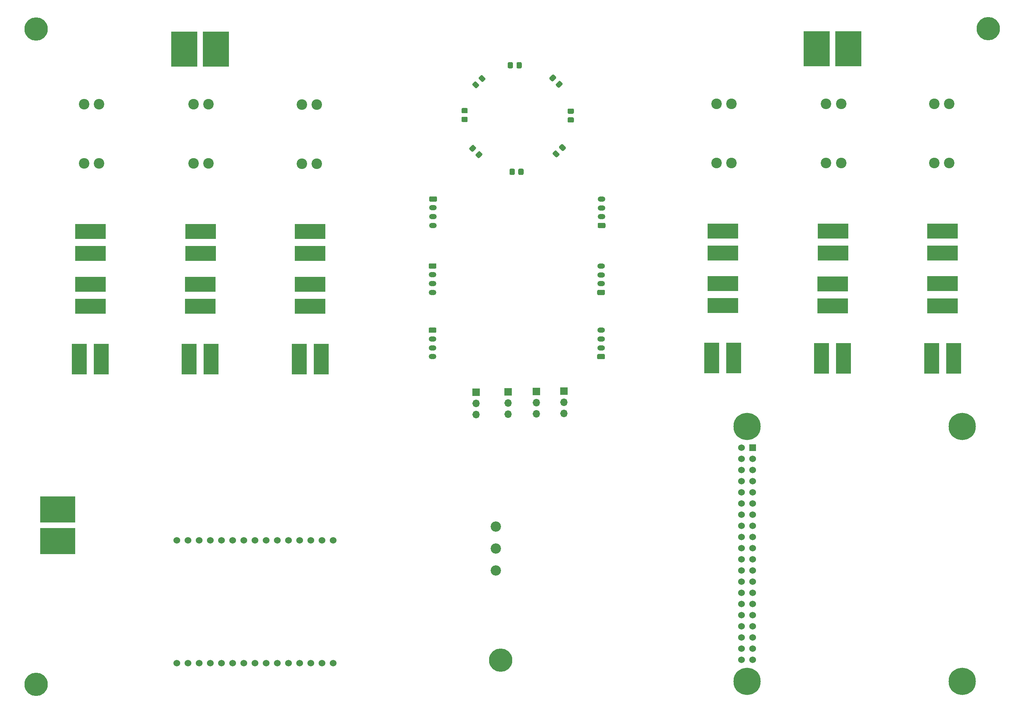
<source format=gbr>
G04 #@! TF.GenerationSoftware,KiCad,Pcbnew,(5.1.10)-1*
G04 #@! TF.CreationDate,2022-11-16T20:30:32+05:30*
G04 #@! TF.ProjectId,2023 control pcb,32303233-2063-46f6-9e74-726f6c207063,rev?*
G04 #@! TF.SameCoordinates,Original*
G04 #@! TF.FileFunction,Soldermask,Top*
G04 #@! TF.FilePolarity,Negative*
%FSLAX46Y46*%
G04 Gerber Fmt 4.6, Leading zero omitted, Abs format (unit mm)*
G04 Created by KiCad (PCBNEW (5.1.10)-1) date 2022-11-16 20:30:32*
%MOMM*%
%LPD*%
G01*
G04 APERTURE LIST*
%ADD10C,5.300000*%
%ADD11R,7.000000X3.500000*%
%ADD12R,6.000000X8.000000*%
%ADD13C,2.400000*%
%ADD14O,1.750000X1.200000*%
%ADD15R,3.500000X7.000000*%
%ADD16O,1.700000X1.700000*%
%ADD17R,1.700000X1.700000*%
%ADD18C,1.524000*%
%ADD19R,8.000000X6.000000*%
%ADD20C,6.200000*%
%ADD21R,1.524000X1.524000*%
%ADD22C,2.340000*%
G04 APERTURE END LIST*
D10*
G04 #@! TO.C,H4*
X216110000Y-185050000D03*
G04 #@! TD*
D11*
G04 #@! TO.C,J27*
X316640000Y-87450000D03*
X316640000Y-92450000D03*
G04 #@! TD*
G04 #@! TO.C,D1*
G36*
G01*
X211821612Y-53464785D02*
X211185215Y-52828388D01*
G75*
G02*
X211185215Y-52474836I176776J176776D01*
G01*
X211644836Y-52015215D01*
G75*
G02*
X211998388Y-52015215I176776J-176776D01*
G01*
X212634785Y-52651612D01*
G75*
G02*
X212634785Y-53005164I-176776J-176776D01*
G01*
X212175164Y-53464785D01*
G75*
G02*
X211821612Y-53464785I-176776J176776D01*
G01*
G37*
G36*
G01*
X210372044Y-54914353D02*
X209735647Y-54277956D01*
G75*
G02*
X209735647Y-53924404I176776J176776D01*
G01*
X210195268Y-53464783D01*
G75*
G02*
X210548820Y-53464783I176776J-176776D01*
G01*
X211185217Y-54101180D01*
G75*
G02*
X211185217Y-54454732I-176776J-176776D01*
G01*
X210725596Y-54914353D01*
G75*
G02*
X210372044Y-54914353I-176776J176776D01*
G01*
G37*
G04 #@! TD*
G04 #@! TO.C,D2*
G36*
G01*
X230159569Y-54153172D02*
X229523172Y-54789569D01*
G75*
G02*
X229169620Y-54789569I-176776J176776D01*
G01*
X228709999Y-54329948D01*
G75*
G02*
X228709999Y-53976396I176776J176776D01*
G01*
X229346396Y-53339999D01*
G75*
G02*
X229699948Y-53339999I176776J-176776D01*
G01*
X230159569Y-53799620D01*
G75*
G02*
X230159569Y-54153172I-176776J-176776D01*
G01*
G37*
G36*
G01*
X228710001Y-52703604D02*
X228073604Y-53340001D01*
G75*
G02*
X227720052Y-53340001I-176776J176776D01*
G01*
X227260431Y-52880380D01*
G75*
G02*
X227260431Y-52526828I176776J176776D01*
G01*
X227896828Y-51890431D01*
G75*
G02*
X228250380Y-51890431I176776J-176776D01*
G01*
X228710001Y-52350052D01*
G75*
G02*
X228710001Y-52703604I-176776J-176776D01*
G01*
G37*
G04 #@! TD*
G04 #@! TO.C,D3*
G36*
G01*
X210470001Y-68718604D02*
X209833604Y-69355001D01*
G75*
G02*
X209480052Y-69355001I-176776J176776D01*
G01*
X209020431Y-68895380D01*
G75*
G02*
X209020431Y-68541828I176776J176776D01*
G01*
X209656828Y-67905431D01*
G75*
G02*
X210010380Y-67905431I176776J-176776D01*
G01*
X210470001Y-68365052D01*
G75*
G02*
X210470001Y-68718604I-176776J-176776D01*
G01*
G37*
G36*
G01*
X211919569Y-70168172D02*
X211283172Y-70804569D01*
G75*
G02*
X210929620Y-70804569I-176776J176776D01*
G01*
X210469999Y-70344948D01*
G75*
G02*
X210469999Y-69991396I176776J176776D01*
G01*
X211106396Y-69354999D01*
G75*
G02*
X211459948Y-69354999I176776J-176776D01*
G01*
X211919569Y-69814620D01*
G75*
G02*
X211919569Y-70168172I-176776J-176776D01*
G01*
G37*
G04 #@! TD*
G04 #@! TO.C,D4*
G36*
G01*
X228646828Y-70634569D02*
X228010431Y-69998172D01*
G75*
G02*
X228010431Y-69644620I176776J176776D01*
G01*
X228470052Y-69184999D01*
G75*
G02*
X228823604Y-69184999I176776J-176776D01*
G01*
X229460001Y-69821396D01*
G75*
G02*
X229460001Y-70174948I-176776J-176776D01*
G01*
X229000380Y-70634569D01*
G75*
G02*
X228646828Y-70634569I-176776J176776D01*
G01*
G37*
G36*
G01*
X230096396Y-69185001D02*
X229459999Y-68548604D01*
G75*
G02*
X229459999Y-68195052I176776J176776D01*
G01*
X229919620Y-67735431D01*
G75*
G02*
X230273172Y-67735431I176776J-176776D01*
G01*
X230909569Y-68371828D01*
G75*
G02*
X230909569Y-68725380I-176776J-176776D01*
G01*
X230449948Y-69185001D01*
G75*
G02*
X230096396Y-69185001I-176776J176776D01*
G01*
G37*
G04 #@! TD*
D10*
G04 #@! TO.C,H1*
X110490000Y-41529000D03*
G04 #@! TD*
G04 #@! TO.C,H3*
X327025000Y-41402000D03*
G04 #@! TD*
G04 #@! TO.C,H5*
X110450000Y-190600000D03*
G04 #@! TD*
D12*
G04 #@! TO.C,J1*
X151400000Y-46060000D03*
X144200000Y-46060000D03*
G04 #@! TD*
G04 #@! TO.C,J2*
X295250000Y-45950000D03*
X288050000Y-45950000D03*
G04 #@! TD*
D11*
G04 #@! TO.C,J3*
X122790000Y-87570000D03*
X122790000Y-92570000D03*
G04 #@! TD*
G04 #@! TO.C,J4*
X122790000Y-104570000D03*
X122790000Y-99570000D03*
G04 #@! TD*
G04 #@! TO.C,J5*
X266650000Y-87450000D03*
X266650000Y-92450000D03*
G04 #@! TD*
G04 #@! TO.C,J6*
X266650000Y-104430000D03*
X266650000Y-99430000D03*
G04 #@! TD*
D13*
G04 #@! TO.C,J7*
X124790000Y-72070000D03*
X121390000Y-72070000D03*
X121390000Y-58600000D03*
X124790000Y-58600000D03*
G04 #@! TD*
G04 #@! TO.C,J8*
X268650000Y-71970000D03*
X265250000Y-71970000D03*
X265250000Y-58500000D03*
X268650000Y-58500000D03*
G04 #@! TD*
G04 #@! TO.C,J9*
G36*
G01*
X200134999Y-79570000D02*
X201385001Y-79570000D01*
G75*
G02*
X201635000Y-79819999I0J-249999D01*
G01*
X201635000Y-80520001D01*
G75*
G02*
X201385001Y-80770000I-249999J0D01*
G01*
X200134999Y-80770000D01*
G75*
G02*
X199885000Y-80520001I0J249999D01*
G01*
X199885000Y-79819999D01*
G75*
G02*
X200134999Y-79570000I249999J0D01*
G01*
G37*
D14*
X200760000Y-82170000D03*
X200760000Y-84170000D03*
X200760000Y-86170000D03*
G04 #@! TD*
G04 #@! TO.C,J10*
X200640000Y-101400000D03*
X200640000Y-99400000D03*
X200640000Y-97400000D03*
G36*
G01*
X200014999Y-94800000D02*
X201265001Y-94800000D01*
G75*
G02*
X201515000Y-95049999I0J-249999D01*
G01*
X201515000Y-95750001D01*
G75*
G02*
X201265001Y-96000000I-249999J0D01*
G01*
X200014999Y-96000000D01*
G75*
G02*
X199765000Y-95750001I0J249999D01*
G01*
X199765000Y-95049999D01*
G75*
G02*
X200014999Y-94800000I249999J0D01*
G01*
G37*
G04 #@! TD*
G04 #@! TO.C,J11*
G36*
G01*
X200004999Y-109420000D02*
X201255001Y-109420000D01*
G75*
G02*
X201505000Y-109669999I0J-249999D01*
G01*
X201505000Y-110370001D01*
G75*
G02*
X201255001Y-110620000I-249999J0D01*
G01*
X200004999Y-110620000D01*
G75*
G02*
X199755000Y-110370001I0J249999D01*
G01*
X199755000Y-109669999D01*
G75*
G02*
X200004999Y-109420000I249999J0D01*
G01*
G37*
X200630000Y-112020000D03*
X200630000Y-114020000D03*
X200630000Y-116020000D03*
G04 #@! TD*
D15*
G04 #@! TO.C,J12*
X125290000Y-116590000D03*
X120290000Y-116590000D03*
G04 #@! TD*
G04 #@! TO.C,J13*
X269150000Y-116360000D03*
X264150000Y-116360000D03*
G04 #@! TD*
D11*
G04 #@! TO.C,J14*
X147890000Y-92570000D03*
X147890000Y-87570000D03*
G04 #@! TD*
G04 #@! TO.C,J15*
X147780000Y-99560000D03*
X147780000Y-104560000D03*
G04 #@! TD*
G04 #@! TO.C,J16*
X291730000Y-92450000D03*
X291730000Y-87450000D03*
G04 #@! TD*
G04 #@! TO.C,J17*
X291650000Y-104460000D03*
X291650000Y-99460000D03*
G04 #@! TD*
D13*
G04 #@! TO.C,J18*
X149680000Y-72070000D03*
X146280000Y-72070000D03*
X146280000Y-58600000D03*
X149680000Y-58600000D03*
G04 #@! TD*
G04 #@! TO.C,J19*
X293560000Y-58480000D03*
X290160000Y-58480000D03*
X290160000Y-71950000D03*
X293560000Y-71950000D03*
G04 #@! TD*
D15*
G04 #@! TO.C,J20*
X150290000Y-116570000D03*
X145290000Y-116570000D03*
G04 #@! TD*
G04 #@! TO.C,J21*
X289140000Y-116440000D03*
X294140000Y-116440000D03*
G04 #@! TD*
D14*
G04 #@! TO.C,J22*
X239090000Y-80190000D03*
X239090000Y-82190000D03*
X239090000Y-84190000D03*
G36*
G01*
X239715001Y-86790000D02*
X238464999Y-86790000D01*
G75*
G02*
X238215000Y-86540001I0J249999D01*
G01*
X238215000Y-85839999D01*
G75*
G02*
X238464999Y-85590000I249999J0D01*
G01*
X239715001Y-85590000D01*
G75*
G02*
X239965000Y-85839999I0J-249999D01*
G01*
X239965000Y-86540001D01*
G75*
G02*
X239715001Y-86790000I-249999J0D01*
G01*
G37*
G04 #@! TD*
G04 #@! TO.C,J23*
G36*
G01*
X239595001Y-102030000D02*
X238344999Y-102030000D01*
G75*
G02*
X238095000Y-101780001I0J249999D01*
G01*
X238095000Y-101079999D01*
G75*
G02*
X238344999Y-100830000I249999J0D01*
G01*
X239595001Y-100830000D01*
G75*
G02*
X239845000Y-101079999I0J-249999D01*
G01*
X239845000Y-101780001D01*
G75*
G02*
X239595001Y-102030000I-249999J0D01*
G01*
G37*
X238970000Y-99430000D03*
X238970000Y-97430000D03*
X238970000Y-95430000D03*
G04 #@! TD*
G04 #@! TO.C,J24*
X238970000Y-110030000D03*
X238970000Y-112030000D03*
X238970000Y-114030000D03*
G36*
G01*
X239595001Y-116630000D02*
X238344999Y-116630000D01*
G75*
G02*
X238095000Y-116380001I0J249999D01*
G01*
X238095000Y-115679999D01*
G75*
G02*
X238344999Y-115430000I249999J0D01*
G01*
X239595001Y-115430000D01*
G75*
G02*
X239845000Y-115679999I0J-249999D01*
G01*
X239845000Y-116380001D01*
G75*
G02*
X239595001Y-116630000I-249999J0D01*
G01*
G37*
G04 #@! TD*
D11*
G04 #@! TO.C,J25*
X172790000Y-92570000D03*
X172790000Y-87570000D03*
G04 #@! TD*
G04 #@! TO.C,J26*
X172790000Y-104570000D03*
X172790000Y-99570000D03*
G04 #@! TD*
G04 #@! TO.C,J28*
X316650000Y-99450000D03*
X316650000Y-104450000D03*
G04 #@! TD*
D13*
G04 #@! TO.C,J29*
X174300000Y-58650000D03*
X170900000Y-58650000D03*
X170900000Y-72120000D03*
X174300000Y-72120000D03*
G04 #@! TD*
G04 #@! TO.C,J30*
X318150000Y-58530000D03*
X314750000Y-58530000D03*
X314750000Y-72000000D03*
X318150000Y-72000000D03*
G04 #@! TD*
D15*
G04 #@! TO.C,J31*
X175290000Y-116570000D03*
X170290000Y-116570000D03*
G04 #@! TD*
G04 #@! TO.C,J32*
X314140000Y-116450000D03*
X319140000Y-116450000D03*
G04 #@! TD*
D16*
G04 #@! TO.C,J34*
X224250000Y-129030000D03*
X224250000Y-126490000D03*
D17*
X224250000Y-123950000D03*
G04 #@! TD*
G04 #@! TO.C,J35*
X217850000Y-124050000D03*
D16*
X217850000Y-126590000D03*
X217850000Y-129130000D03*
G04 #@! TD*
D17*
G04 #@! TO.C,J36*
X210500000Y-124150000D03*
D16*
X210500000Y-126690000D03*
X210500000Y-129230000D03*
G04 #@! TD*
G04 #@! TO.C,J37*
X230490000Y-128920000D03*
X230490000Y-126380000D03*
D17*
X230490000Y-123840000D03*
G04 #@! TD*
D18*
G04 #@! TO.C,J39*
X142510000Y-185740000D03*
X147590000Y-185740000D03*
X150130000Y-185740000D03*
X152670000Y-185740000D03*
X155210000Y-185740000D03*
X157750000Y-185740000D03*
X160290000Y-185740000D03*
X162830000Y-185740000D03*
X165370000Y-185740000D03*
X167910000Y-185740000D03*
X170450000Y-185740000D03*
X172990000Y-185740000D03*
X175530000Y-185740000D03*
X178070000Y-185740000D03*
X142510000Y-157800000D03*
X145050000Y-157800000D03*
X147590000Y-157800000D03*
X150130000Y-157800000D03*
X152670000Y-157800000D03*
X155210000Y-157800000D03*
X157750000Y-157800000D03*
X160290000Y-157800000D03*
X162830000Y-157800000D03*
X165370000Y-157800000D03*
X167910000Y-157800000D03*
X170450000Y-157800000D03*
X172990000Y-157800000D03*
X175530000Y-157800000D03*
X178070000Y-157800000D03*
X145050000Y-185740000D03*
G04 #@! TD*
D19*
G04 #@! TO.C,J33*
X115350000Y-157990000D03*
X115350000Y-150790000D03*
G04 #@! TD*
D20*
G04 #@! TO.C,J38*
X321150000Y-131900000D03*
X321150000Y-189900000D03*
X272150000Y-189900000D03*
X272150000Y-131900000D03*
D21*
X273420000Y-136770000D03*
D18*
X273420000Y-139310000D03*
X273420000Y-141850000D03*
X273420000Y-144390000D03*
X273420000Y-146930000D03*
X273420000Y-149470000D03*
X270880000Y-136770000D03*
X270880000Y-139310000D03*
X270880000Y-141850000D03*
X270880000Y-144390000D03*
X270880000Y-146930000D03*
X270880000Y-149470000D03*
X273420000Y-152010000D03*
X270880000Y-152010000D03*
X273420000Y-154550000D03*
X273420000Y-157090000D03*
X273420000Y-159630000D03*
X273420000Y-162170000D03*
X273420000Y-164710000D03*
X273420000Y-167250000D03*
X270880000Y-154550000D03*
X270880000Y-157090000D03*
X270880000Y-159630000D03*
X270880000Y-162170000D03*
X270880000Y-164710000D03*
X270880000Y-167250000D03*
X273420000Y-169790000D03*
X270880000Y-169790000D03*
X273420000Y-172330000D03*
X273420000Y-174870000D03*
X273420000Y-177410000D03*
X273420000Y-179950000D03*
X273420000Y-182490000D03*
X273420000Y-185030000D03*
X270880000Y-172330000D03*
X270880000Y-174870000D03*
X270880000Y-177410000D03*
X270880000Y-179950000D03*
X270880000Y-182490000D03*
X270880000Y-185030000D03*
G04 #@! TD*
G04 #@! TO.C,R1*
G36*
G01*
X218930000Y-49289999D02*
X218930000Y-50190001D01*
G75*
G02*
X218680001Y-50440000I-249999J0D01*
G01*
X217979999Y-50440000D01*
G75*
G02*
X217730000Y-50190001I0J249999D01*
G01*
X217730000Y-49289999D01*
G75*
G02*
X217979999Y-49040000I249999J0D01*
G01*
X218680001Y-49040000D01*
G75*
G02*
X218930000Y-49289999I0J-249999D01*
G01*
G37*
G36*
G01*
X220930000Y-49289999D02*
X220930000Y-50190001D01*
G75*
G02*
X220680001Y-50440000I-249999J0D01*
G01*
X219979999Y-50440000D01*
G75*
G02*
X219730000Y-50190001I0J249999D01*
G01*
X219730000Y-49289999D01*
G75*
G02*
X219979999Y-49040000I249999J0D01*
G01*
X220680001Y-49040000D01*
G75*
G02*
X220930000Y-49289999I0J-249999D01*
G01*
G37*
G04 #@! TD*
G04 #@! TO.C,R2*
G36*
G01*
X218140000Y-74430001D02*
X218140000Y-73529999D01*
G75*
G02*
X218389999Y-73280000I249999J0D01*
G01*
X219090001Y-73280000D01*
G75*
G02*
X219340000Y-73529999I0J-249999D01*
G01*
X219340000Y-74430001D01*
G75*
G02*
X219090001Y-74680000I-249999J0D01*
G01*
X218389999Y-74680000D01*
G75*
G02*
X218140000Y-74430001I0J249999D01*
G01*
G37*
G36*
G01*
X220140000Y-74430001D02*
X220140000Y-73529999D01*
G75*
G02*
X220389999Y-73280000I249999J0D01*
G01*
X221090001Y-73280000D01*
G75*
G02*
X221340000Y-73529999I0J-249999D01*
G01*
X221340000Y-74430001D01*
G75*
G02*
X221090001Y-74680000I-249999J0D01*
G01*
X220389999Y-74680000D01*
G75*
G02*
X220140000Y-74430001I0J249999D01*
G01*
G37*
G04 #@! TD*
G04 #@! TO.C,R3*
G36*
G01*
X208380001Y-60660000D02*
X207479999Y-60660000D01*
G75*
G02*
X207230000Y-60410001I0J249999D01*
G01*
X207230000Y-59709999D01*
G75*
G02*
X207479999Y-59460000I249999J0D01*
G01*
X208380001Y-59460000D01*
G75*
G02*
X208630000Y-59709999I0J-249999D01*
G01*
X208630000Y-60410001D01*
G75*
G02*
X208380001Y-60660000I-249999J0D01*
G01*
G37*
G36*
G01*
X208380001Y-62660000D02*
X207479999Y-62660000D01*
G75*
G02*
X207230000Y-62410001I0J249999D01*
G01*
X207230000Y-61709999D01*
G75*
G02*
X207479999Y-61460000I249999J0D01*
G01*
X208380001Y-61460000D01*
G75*
G02*
X208630000Y-61709999I0J-249999D01*
G01*
X208630000Y-62410001D01*
G75*
G02*
X208380001Y-62660000I-249999J0D01*
G01*
G37*
G04 #@! TD*
G04 #@! TO.C,R4*
G36*
G01*
X232520001Y-62780000D02*
X231619999Y-62780000D01*
G75*
G02*
X231370000Y-62530001I0J249999D01*
G01*
X231370000Y-61829999D01*
G75*
G02*
X231619999Y-61580000I249999J0D01*
G01*
X232520001Y-61580000D01*
G75*
G02*
X232770000Y-61829999I0J-249999D01*
G01*
X232770000Y-62530001D01*
G75*
G02*
X232520001Y-62780000I-249999J0D01*
G01*
G37*
G36*
G01*
X232520001Y-60780000D02*
X231619999Y-60780000D01*
G75*
G02*
X231370000Y-60530001I0J249999D01*
G01*
X231370000Y-59829999D01*
G75*
G02*
X231619999Y-59580000I249999J0D01*
G01*
X232520001Y-59580000D01*
G75*
G02*
X232770000Y-59829999I0J-249999D01*
G01*
X232770000Y-60530001D01*
G75*
G02*
X232520001Y-60780000I-249999J0D01*
G01*
G37*
G04 #@! TD*
D22*
G04 #@! TO.C,SW1*
X215000000Y-164710000D03*
X215000000Y-159710000D03*
X215000000Y-154710000D03*
G04 #@! TD*
M02*

</source>
